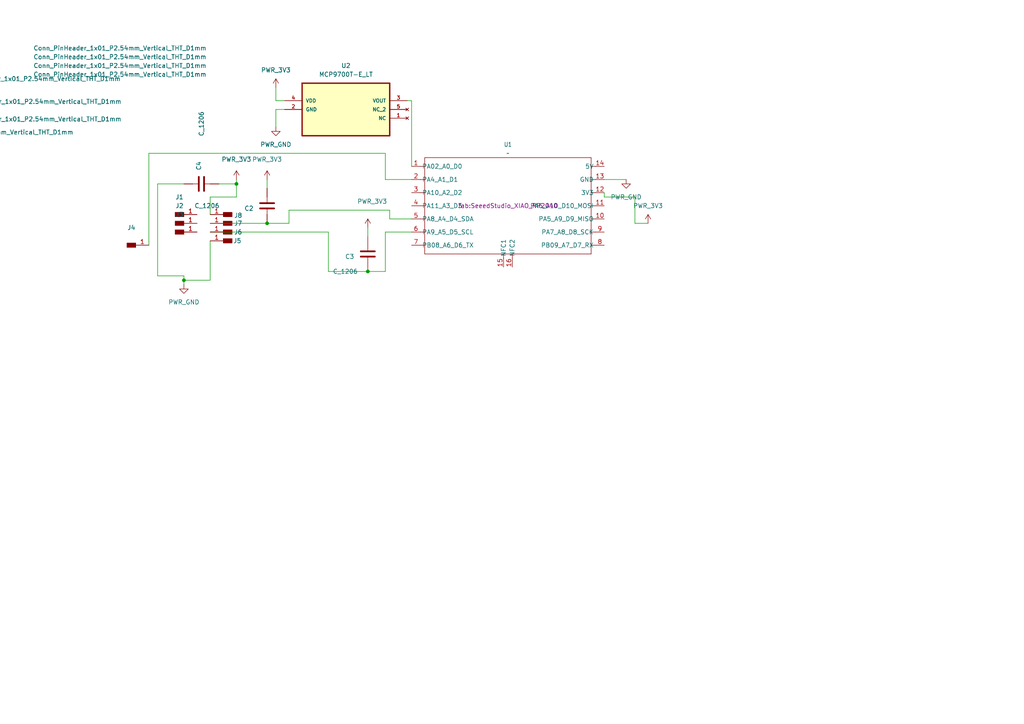
<source format=kicad_sch>
(kicad_sch (version 20231120) (generator "eeschema") (generator_version "8.0")
  (paper "A4")
  (lib_symbols
    (symbol "Fab:C_1206" (pin_numbers hide)
      (property "Reference" "C" (at 0.635 2.54 0))
      (property "Value" "C_1206" (at 0.635 -2.54 0))
      (symbol "C_1206_0_1"
        (polyline (pts (xy -2.032 -0.762) (xy 2.032 -0.762)) (stroke (width 0.508)))
        (polyline (pts (xy -2.032 0.762) (xy 2.032 0.762)) (stroke (width 0.508)))
        (polyline (pts (xy 0 -0.635) (xy 0 -2.54)))
        (polyline (pts (xy 0 0.635) (xy 0 2.54)))
      )
      (symbol "C_1206_1_1"
        (pin passive line (at 0 5.08 270) (length 2.54) (name "~") (number "1"))
        (pin passive line (at 0 -5.08 90) (length 2.54) (name "~") (number "2"))
      )
    )
    (symbol "Fab:Conn_PinHeader_1x01_P2.54mm_Vertical_THT_D1mm" (pin_names (offset 1.016) hide)
      (property "Reference" "J" (at 0 2.54 0))
      (property "Value" "Conn_PinHeader_1x01_P2.54mm_Vertical_THT_D1mm" (at 0 -2.54 0))
      (symbol "Conn_PinHeader_1x01_P2.54mm_Vertical_THT_D1mm_1_1"
        (rectangle (start -1.27 0.635) (end 1.27 -0.635) (stroke (width 0.1524)) (fill (type outline)))
        (pin passive line (at 5.08 0 180) (length 3.81) (name "Pin_1") (number "1"))
      )
    )
    (symbol "Fab:PWR_3V3" (power) (pin_names (offset 0))
      (property "Value" "PWR_3V3" (at 0 3.556 0))
      (symbol "PWR_3V3_0_1"
        (polyline (pts (xy -0.762 1.27) (xy 0 2.54)))
        (polyline (pts (xy 0 0) (xy 0 2.54)))
        (polyline (pts (xy 0 2.54) (xy 0.762 1.27)))
      )
      (symbol "PWR_3V3_1_1"
        (pin power_in line (at 0 0 90) (length 0) hide (name "PWR_3V3") (number "1"))
      )
    )
    (symbol "Fab:PWR_GND" (power) (pin_names (offset 0))
      (property "Value" "PWR_GND" (at 0 -3.81 0))
      (symbol "PWR_GND_0_1"
        (polyline (pts (xy 0 0) (xy 0 -1.27) (xy 1.27 -1.27) (xy 0 -2.54) (xy -1.27 -1.27) (xy 0 -1.27)))
      )
      (symbol "PWR_GND_1_1"
        (pin power_in line (at 0 0 270) (length 0) hide (name "PWR_GND") (number "1"))
      )
    )
    (symbol "SEnsor Tem:MCP9700T-E_LT" (pin_names (offset 1.016))
      (property "Reference" "U" (at -4.2926 6.4008 0))
      (property "Value" "MCP9700T-E_LT" (at -5.743 -12.9091 0))
      (symbol "MCP9700T-E_LT_0_0"
        (rectangle (start -12.7 -10.16) (end 12.7 5.08) (stroke (width 0.4064)) (fill (type background)))
        (pin no_connect line (at 17.78 -5.08 180) (length 5.08) (name "NC") (number "1"))
        (pin passive line (at -17.78 -2.54 0) (length 5.08) (name "GND") (number "2"))
        (pin output line (at 17.78 0 180) (length 5.08) (name "VOUT") (number "3"))
        (pin power_in line (at -17.78 0 0) (length 5.08) (name "VDD") (number "4"))
        (pin no_connect line (at 17.78 -2.54 180) (length 5.08) (name "NC_2") (number "5"))
      )
    )
    (symbol "Seeed-Studio-XIAO-nRF52840-Sense-footprint-eagle:MOUDLE-SEEEDUINO-XIAO-NRF52840-SENSE-SMD"
      (property "Reference" "U" (at -24.13 15.24 0))
      (symbol "MOUDLE-SEEEDUINO-XIAO-NRF52840-SENSE-SMD_1_0"
        (polyline (pts (xy -24.13 -13.97) (xy -24.13 0)) (stroke (width 0.1524)))
        (polyline (pts (xy -24.13 -11.43) (xy -25.4 -11.43)) (stroke (width 0.1524)))
        (polyline (pts (xy -24.13 -7.62) (xy -25.4 -7.62)) (stroke (width 0.1524)))
        (polyline (pts (xy -24.13 -3.81) (xy -25.4 -3.81)) (stroke (width 0.1524)))
        (polyline (pts (xy -24.13 0) (xy -25.4 0)) (stroke (width 0.1524)))
        (polyline (pts (xy -24.13 0) (xy -24.13 3.81)) (stroke (width 0.1524)))
        (polyline (pts (xy -24.13 3.81) (xy -25.4 3.81)) (stroke (width 0.1524)))
        (polyline (pts (xy -24.13 3.81) (xy -24.13 7.62)) (stroke (width 0.1524)))
        (polyline (pts (xy -24.13 7.62) (xy -25.4 7.62)) (stroke (width 0.1524)))
        (polyline (pts (xy -24.13 7.62) (xy -24.13 11.43)) (stroke (width 0.1524)))
        (polyline (pts (xy -24.13 11.43) (xy -25.4 11.43)) (stroke (width 0.1524)))
        (polyline (pts (xy -24.13 11.43) (xy -24.13 13.97)) (stroke (width 0.1524)))
        (polyline (pts (xy -24.13 13.97) (xy 24.13 13.97)) (stroke (width 0.1524)))
        (polyline (pts (xy -1.27 -15.24) (xy -1.27 -13.97)) (stroke (width 0.1524)))
        (polyline (pts (xy -1.27 -13.97) (xy -24.13 -13.97)) (stroke (width 0.1524)))
        (polyline (pts (xy 1.27 -15.24) (xy 1.27 -13.97)) (stroke (width 0.1524)))
        (polyline (pts (xy 1.27 -13.97) (xy -1.27 -13.97)) (stroke (width 0.1524)))
        (polyline (pts (xy 24.13 -13.97) (xy 1.27 -13.97)) (stroke (width 0.1524)))
        (polyline (pts (xy 24.13 3.81) (xy 24.13 -13.97)) (stroke (width 0.1524)))
        (polyline (pts (xy 24.13 7.62) (xy 24.13 3.81)) (stroke (width 0.1524)))
        (polyline (pts (xy 24.13 11.43) (xy 24.13 7.62)) (stroke (width 0.1524)))
        (polyline (pts (xy 24.13 13.97) (xy 24.13 11.43)) (stroke (width 0.1524)))
        (polyline (pts (xy 25.4 -11.43) (xy 24.13 -11.43)) (stroke (width 0.1524)))
        (polyline (pts (xy 25.4 -7.62) (xy 24.13 -7.62)) (stroke (width 0.1524)))
        (polyline (pts (xy 25.4 -3.81) (xy 24.13 -3.81)) (stroke (width 0.1524)))
        (polyline (pts (xy 25.4 0) (xy 24.13 0)) (stroke (width 0.1524)))
        (polyline (pts (xy 25.4 3.81) (xy 24.13 3.81)) (stroke (width 0.1524)))
        (polyline (pts (xy 25.4 7.62) (xy 24.13 7.62)) (stroke (width 0.1524)))
        (polyline (pts (xy 25.4 11.43) (xy 24.13 11.43)) (stroke (width 0.1524)))
        (pin bidirectional line (at -27.94 11.43 0) (length 2.54) (name "PA02_A0_D0") (number "1"))
        (pin bidirectional line (at 27.94 -3.81 180) (length 2.54) (name "PA5_A9_D9_MISO") (number "10"))
        (pin bidirectional line (at 27.94 0 180) (length 2.54) (name "PA6_A10_D10_MOSI") (number "11"))
        (pin bidirectional line (at 27.94 3.81 180) (length 2.54) (name "3V3") (number "12"))
        (pin bidirectional line (at 27.94 7.62 180) (length 2.54) (name "GND") (number "13"))
        (pin bidirectional line (at 27.94 11.43 180) (length 2.54) (name "5V") (number "14"))
        (pin bidirectional line (at -1.27 -17.78 90) (length 2.54) (name "NFC1") (number "15"))
        (pin bidirectional line (at 1.27 -17.78 90) (length 2.54) (name "NFC2") (number "16"))
        (pin bidirectional line (at -27.94 7.62 0) (length 2.54) (name "PA4_A1_D1") (number "2"))
        (pin bidirectional line (at -27.94 3.81 0) (length 2.54) (name "PA10_A2_D2") (number "3"))
        (pin bidirectional line (at -27.94 0 0) (length 2.54) (name "PA11_A3_D3") (number "4"))
        (pin bidirectional line (at -27.94 -3.81 0) (length 2.54) (name "PA8_A4_D4_SDA") (number "5"))
        (pin bidirectional line (at -27.94 -7.62 0) (length 2.54) (name "PA9_A5_D5_SCL") (number "6"))
        (pin bidirectional line (at -27.94 -11.43 0) (length 2.54) (name "PB08_A6_D6_TX") (number "7"))
        (pin bidirectional line (at 27.94 -11.43 180) (length 2.54) (name "PB09_A7_D7_RX") (number "8"))
        (pin bidirectional line (at 27.94 -7.62 180) (length 2.54) (name "PA7_A8_D8_SCK") (number "9"))
      )
    )
  )
  (junction (at 106.68 78.74))
  (junction (at 53.34 81.28))
  (junction (at 68.58 53.34))
  (junction (at 77.47 64.77))
  (wire (pts (xy 119.38 63.5) (xy 113.03 63.5)))
  (wire (pts (xy 83.82 64.77) (xy 77.47 64.77)))
  (wire (pts (xy 45.72 53.34) (xy 53.34 53.34)))
  (wire (pts (xy 106.68 66.04) (xy 106.68 68.58)))
  (wire (pts (xy 95.25 78.74) (xy 106.68 78.74)))
  (wire (pts (xy 111.76 44.45) (xy 111.76 52.07)))
  (wire (pts (xy 80.01 31.75) (xy 80.01 36.83)))
  (wire (pts (xy 82.55 31.75) (xy 80.01 31.75)))
  (wire (pts (xy 43.18 44.45) (xy 111.76 44.45)))
  (wire (pts (xy 113.03 60.96) (xy 83.82 60.96)))
  (wire (pts (xy 77.47 52.07) (xy 77.47 54.61)))
  (wire (pts (xy 43.18 71.12) (xy 43.18 44.45)))
  (wire (pts (xy 60.96 64.77) (xy 77.47 64.77)))
  (wire (pts (xy 68.58 52.07) (xy 68.58 53.34)))
  (wire (pts (xy 60.96 57.15) (xy 68.58 57.15)))
  (wire (pts (xy 60.96 62.23) (xy 60.96 57.15)))
  (wire (pts (xy 111.76 78.74) (xy 106.68 78.74)))
  (wire (pts (xy 60.96 81.28) (xy 53.34 81.28)))
  (wire (pts (xy 119.38 67.31) (xy 111.76 67.31)))
  (wire (pts (xy 53.34 81.28) (xy 53.34 82.55)))
  (wire (pts (xy 184.15 64.77) (xy 187.96 64.77)))
  (wire (pts (xy 95.25 67.31) (xy 95.25 78.74)))
  (wire (pts (xy 175.26 55.88) (xy 175.26 57.15)))
  (wire (pts (xy 83.82 60.96) (xy 83.82 64.77)))
  (wire (pts (xy 119.38 29.21) (xy 119.38 48.26)))
  (wire (pts (xy 118.11 29.21) (xy 119.38 29.21)))
  (wire (pts (xy 45.72 80.01) (xy 53.34 80.01)))
  (wire (pts (xy 184.15 57.15) (xy 184.15 64.77)))
  (wire (pts (xy 82.55 29.21) (xy 80.01 29.21)))
  (wire (pts (xy 80.01 25.4) (xy 80.01 29.21)))
  (wire (pts (xy 175.26 52.07) (xy 181.61 52.07)))
  (wire (pts (xy 53.34 80.01) (xy 53.34 81.28)))
  (wire (pts (xy 175.26 57.15) (xy 184.15 57.15)))
  (wire (pts (xy 111.76 67.31) (xy 111.76 78.74)))
  (wire (pts (xy 63.5 53.34) (xy 68.58 53.34)))
  (wire (pts (xy 113.03 63.5) (xy 113.03 60.96)))
  (wire (pts (xy 60.96 69.85) (xy 60.96 81.28)))
  (wire (pts (xy 111.76 52.07) (xy 119.38 52.07)))
  (wire (pts (xy 45.72 80.01) (xy 45.72 53.34)))
  (wire (pts (xy 68.58 57.15) (xy 68.58 53.34)))
  (wire (pts (xy 60.96 67.31) (xy 95.25 67.31)))
  (symbol (lib_id "Fab:PWR_GND") (at 53.34 82.55 0) (unit 1)
    (property "Reference" "#PWR02" (effects (hide yes)))
    (property "Value" "PWR_GND" (at 53.34 87.63 0))
    (property "Description" "Power symbol creates a global label with name \"GND\" , ground" (effects (hide yes)))
  )
  (symbol (lib_id "Fab:PWR_GND") (at 181.61 52.07 0) (unit 1)
    (property "Reference" "#PWR08" (effects (hide yes)))
    (property "Value" "PWR_GND" (at 181.61 57.15 0))
    (property "Description" "Power symbol creates a global label with name \"GND\" , ground" (effects (hide yes)))
  )
  (symbol (lib_id "Fab:C_1206") (at 58.42 53.34 270) (unit 1)
    (property "Reference" "C4" (at 57.658 46.736 0) (effects (justify left)))
    (property "Value" "C_1206" (at 58.42 32.258 0) (effects (justify left)))
    (property "Footprint" "fab:C_1206" (effects (hide yes)))
    (property "Datasheet" "https://www.yageo.com/upload/media/product/productsearch/datasheet/mlcc/UPY-GP_NP0_16V-to-50V_18.pdf" (effects (hide yes)))
    (property "Description" "Unpolarized capacitor, SMD, 1206" (effects (hide yes)))
  )
  (symbol (lib_id "Fab:Conn_PinHeader_1x01_P2.54mm_Vertical_THT_D1mm") (at 38.1 71.12 0) (unit 1)
    (property "Reference" "J4" (at 38.1 66.04 0))
    (property "Value" "Conn_PinHeader_1x01_P2.54mm_Vertical_THT_D1mm" (at -3.81 38.354 0))
    (property "Footprint" "fab:PinHeader_1x01_P2.54mm_Vertical_THT_D1mm" (effects (hide yes)))
    (property "Description" "Connector pin header 2.54mm pitch vertical tht" (effects (hide yes)))
  )
  (symbol (lib_id "Fab:PWR_3V3") (at 106.68 66.04 0) (unit 1)
    (property "Reference" "#PWR05" (effects (hide yes)))
    (property "Value" "PWR_3V3" (at 107.95 58.42 0))
    (property "Description" "Power symbol creates a global label with name \"+3V3\"" (effects (hide yes)))
  )
  (symbol (lib_id "Fab:PWR_GND") (at 80.01 36.83 0) (unit 1)
    (property "Reference" "#PWR04" (effects (hide yes)))
    (property "Value" "PWR_GND" (at 80.01 41.91 0))
    (property "Description" "Power symbol creates a global label with name \"GND\" , ground" (effects (hide yes)))
  )
  (symbol (lib_id "Fab:PWR_3V3") (at 187.96 64.77 0) (unit 1)
    (property "Reference" "#PWR07" (effects (hide yes)))
    (property "Value" "PWR_3V3" (at 187.96 59.69 0))
    (property "Description" "Power symbol creates a global label with name \"+3V3\"" (effects (hide yes)))
  )
  (symbol (lib_id "Fab:Conn_PinHeader_1x01_P2.54mm_Vertical_THT_D1mm") (at 66.04 64.77 180) (unit 1)
    (property "Reference" "J7" (at 69.088 64.77 0))
    (property "Value" "Conn_PinHeader_1x01_P2.54mm_Vertical_THT_D1mm" (at 34.798 16.51 0))
    (property "Footprint" "fab:PinHeader_1x01_P2.54mm_Vertical_THT_D1mm" (effects (hide yes)))
    (property "Description" "Connector pin header 2.54mm pitch vertical tht" (effects (hide yes)))
  )
  (symbol (lib_id "Fab:PWR_3V3") (at 77.47 52.07 0) (unit 1)
    (property "Reference" "#PWR01" (effects (hide yes)))
    (property "Value" "PWR_3V3" (at 77.47 46.228 0))
    (property "Description" "Power symbol creates a global label with name \"+3V3\"" (effects (hide yes)))
  )
  (symbol (lib_id "Fab:C_1206") (at 106.68 73.66 0) (unit 1)
    (property "Reference" "C3" (at 100.076 74.422 0) (effects (justify left)))
    (property "Value" "C_1206" (at 96.52 78.74 0) (effects (justify left)))
    (property "Footprint" "fab:C_1206" (effects (hide yes)))
    (property "Datasheet" "https://www.yageo.com/upload/media/product/productsearch/datasheet/mlcc/UPY-GP_NP0_16V-to-50V_18.pdf" (effects (hide yes)))
    (property "Description" "Unpolarized capacitor, SMD, 1206" (effects (hide yes)))
  )
  (symbol (lib_id "Fab:Conn_PinHeader_1x01_P2.54mm_Vertical_THT_D1mm") (at 66.04 62.23 180) (unit 1)
    (property "Reference" "J8" (at 69.088 62.484 0))
    (property "Value" "Conn_PinHeader_1x01_P2.54mm_Vertical_THT_D1mm" (at 34.798 13.97 0))
    (property "Footprint" "fab:PinHeader_1x01_P2.54mm_Vertical_THT_D1mm" (effects (hide yes)))
    (property "Description" "Connector pin header 2.54mm pitch vertical tht" (effects (hide yes)))
  )
  (symbol (lib_id "Fab:C_1206") (at 77.47 59.69 0) (unit 1)
    (property "Reference" "C2" (at 70.866 60.452 0) (effects (justify left)))
    (property "Value" "C_1206" (at 56.388 59.69 0) (effects (justify left)))
    (property "Footprint" "fab:C_1206" (effects (hide yes)))
    (property "Datasheet" "https://www.yageo.com/upload/media/product/productsearch/datasheet/mlcc/UPY-GP_NP0_16V-to-50V_18.pdf" (effects (hide yes)))
    (property "Description" "Unpolarized capacitor, SMD, 1206" (effects (hide yes)))
  )
  (symbol (lib_id "Fab:PWR_3V3") (at 80.01 25.4 0) (unit 1)
    (property "Reference" "#PWR03" (effects (hide yes)))
    (property "Value" "PWR_3V3" (at 80.01 20.32 0))
    (property "Description" "Power symbol creates a global label with name \"+3V3\"" (effects (hide yes)))
  )
  (symbol (lib_id "Seeed-Studio-XIAO-nRF52840-Sense-footprint-eagle:MOUDLE-SEEEDUINO-XIAO-NRF52840-SENSE-SMD") (at 147.32 59.69 0) (unit 1)
    (property "Reference" "U1" (at 147.32 41.91 0) (effects (font (size 1.27 1.0795))))
    (property "Value" "~" (at 147.32 44.45 0) (effects (font (size 1.27 1.0795))))
    (property "Footprint" "fab:SeeedStudio_XIAO_RP2040" (at 147.32 59.69 0))
  )
  (symbol (lib_id "Fab:Conn_PinHeader_1x01_P2.54mm_Vertical_THT_D1mm") (at 52.07 64.77 0) (unit 1)
    (property "Reference" "J2" (at 52.07 59.69 0))
    (property "Value" "Conn_PinHeader_1x01_P2.54mm_Vertical_THT_D1mm" (at 9.906 22.86 0))
    (property "Footprint" "fab:PinHeader_1x01_P2.54mm_Vertical_THT_D1mm" (effects (hide yes)))
    (property "Description" "Connector pin header 2.54mm pitch vertical tht" (effects (hide yes)))
  )
  (symbol (lib_id "Fab:PWR_3V3") (at 68.58 52.07 0) (unit 1)
    (property "Reference" "#PWR06" (effects (hide yes)))
    (property "Value" "PWR_3V3" (at 68.58 46.228 0))
    (property "Description" "Power symbol creates a global label with name \"+3V3\"" (effects (hide yes)))
  )
  (symbol (lib_id "SEnsor Tem:MCP9700T-E_LT") (at 100.33 29.21 0) (unit 1)
    (property "Reference" "U2" (at 100.33 19.05 0))
    (property "Value" "MCP9700T-E_LT" (at 100.33 21.59 0))
    (property "Footprint" "MCP9700T-E_LT:SOT65P210X110-5N" (effects (hide yes)))
    (property "MF" "Microchip" (effects (hide yes)))
    (property "Description_1" "\nMicrochip MCP9700T-E/LT Temperature Sensor 5-Pin SC-70, -40 - +125 degC | Microchip Technology Inc. MCP9700T-E/LT\n" (effects (hide yes)))
    (property "PACKAGE" "SC70-5" (effects (hide yes)))
    (property "MPN" "MCP9700T-E/LT" (effects (hide yes)))
    (property "Price" "None" (effects (hide yes)))
    (property "Package" "SC-70 Microchip" (effects (hide yes)))
    (property "OC_FARNELL" "1084621" (effects (hide yes)))
    (property "SnapEDA_Link" "https://www.snapeda.com/parts/MCP9700T-E/LT/Microchip/view-part/?ref=snap" (effects (hide yes)))
    (property "MP" "MCP9700T-E/LT" (effects (hide yes)))
    (property "Purchase-URL" "https://www.snapeda.com/api/url_track_click_mouser/?unipart_id=8139&manufacturer=Microchip&part_name=MCP9700T-E/LT&search_term=mcp9700at-e/lt ic" (effects (hide yes)))
    (property "SUPPLIER" "Microchip" (effects (hide yes)))
    (property "OC_NEWARK" "08J8798" (effects (hide yes)))
    (property "Availability" "In Stock" (effects (hide yes)))
    (property "Check_prices" "https://www.snapeda.com/parts/MCP9700T-E/LT/Microchip/view-part/?ref=eda" (effects (hide yes)))
  )
  (symbol (lib_id "Fab:Conn_PinHeader_1x01_P2.54mm_Vertical_THT_D1mm") (at 52.07 67.31 0) (unit 1)
    (property "Reference" "J3" (at 52.07 62.23 0))
    (property "Value" "Conn_PinHeader_1x01_P2.54mm_Vertical_THT_D1mm" (at 10.16 34.544 0))
    (property "Footprint" "fab:PinHeader_1x01_P2.54mm_Vertical_THT_D1mm" (effects (hide yes)))
    (property "Description" "Connector pin header 2.54mm pitch vertical tht" (effects (hide yes)))
  )
  (symbol (lib_id "Fab:Conn_PinHeader_1x01_P2.54mm_Vertical_THT_D1mm") (at 66.04 67.31 180) (unit 1)
    (property "Reference" "J6" (at 69.088 67.31 0))
    (property "Value" "Conn_PinHeader_1x01_P2.54mm_Vertical_THT_D1mm" (at 34.798 19.05 0))
    (property "Footprint" "fab:PinHeader_1x01_P2.54mm_Vertical_THT_D1mm" (effects (hide yes)))
    (property "Description" "Connector pin header 2.54mm pitch vertical tht" (effects (hide yes)))
  )
  (symbol (lib_id "Fab:Conn_PinHeader_1x01_P2.54mm_Vertical_THT_D1mm") (at 66.04 69.85 180) (unit 1)
    (property "Reference" "J5" (at 68.834 69.85 0))
    (property "Value" "Conn_PinHeader_1x01_P2.54mm_Vertical_THT_D1mm" (at 34.798 21.59 0))
    (property "Footprint" "fab:PinHeader_1x01_P2.54mm_Vertical_THT_D1mm" (effects (hide yes)))
    (property "Description" "Connector pin header 2.54mm pitch vertical tht" (effects (hide yes)))
  )
  (symbol (lib_id "Fab:Conn_PinHeader_1x01_P2.54mm_Vertical_THT_D1mm") (at 52.07 62.23 0) (unit 1)
    (property "Reference" "J1" (at 52.07 57.15 0))
    (property "Value" "Conn_PinHeader_1x01_P2.54mm_Vertical_THT_D1mm" (at 10.16 29.464 0))
    (property "Footprint" "fab:PinHeader_1x01_P2.54mm_Vertical_THT_D1mm" (effects (hide yes)))
    (property "Description" "Connector pin header 2.54mm pitch vertical tht" (effects (hide yes)))
  )
)
</source>
